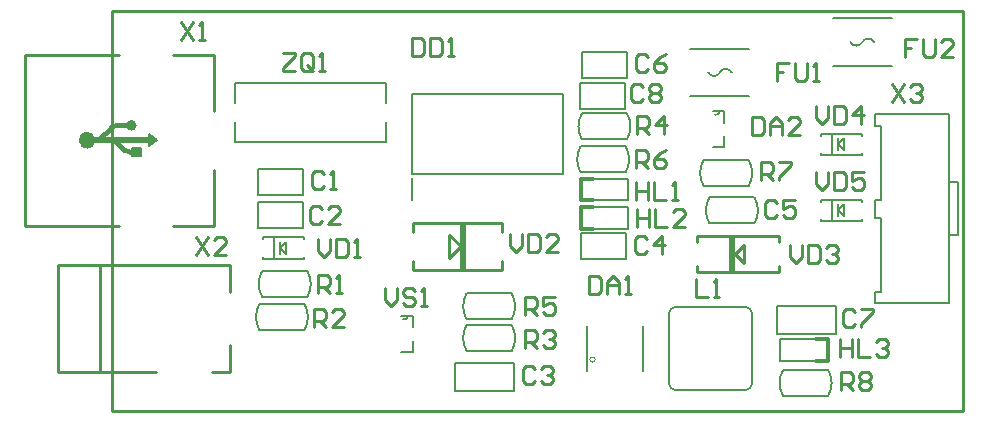
<source format=gto>
G04 Layer_Color=65535*
%FSLAX44Y44*%
%MOMM*%
G71*
G01*
G75*
%ADD10C,0.8890*%
%ADD11C,0.5080*%
%ADD12C,0.3810*%
%ADD13C,0.1524*%
%ADD14C,0.2000*%
%ADD15C,0.0000*%
%ADD16C,0.1270*%
%ADD17C,0.2500*%
%ADD18C,0.3500*%
%ADD19C,0.1778*%
%ADD20C,0.2540*%
%ADD21R,0.5000X3.0000*%
%ADD22R,0.5000X4.0000*%
G36*
X349600Y523260D02*
X342100D01*
Y530760D01*
X349600D01*
Y523260D01*
D02*
G37*
G36*
X363100Y537010D02*
X356100Y532010D01*
Y542010D01*
X363100Y537010D01*
D02*
G37*
D10*
X306140D02*
G03*
X306140Y537010I-2540J0D01*
G01*
D11*
X343100Y549510D02*
G03*
X343100Y549510I-2000J0D01*
G01*
X308600Y537010D02*
X356100D01*
D12*
X328600Y549510D02*
G03*
X324072Y547634I0J-6403D01*
G01*
X335073Y528885D02*
G03*
X339600Y527010I4528J4528D01*
G01*
X328600Y549510D02*
X341100D01*
X339600Y527010D02*
X342100D01*
X314072Y537634D02*
X324072Y547634D01*
X327573Y536385D02*
X335073Y528885D01*
D13*
X835176Y558537D02*
G03*
X839216Y561366I1030J2829D01*
G01*
X571270Y385309D02*
G03*
X575310Y388138I1030J2829D01*
G01*
X843280Y551942D02*
Y561340D01*
X833374Y530860D02*
X843280D01*
Y540258D01*
X839216Y561340D02*
X843280D01*
X833374D02*
X839216D01*
X579374Y378714D02*
Y388112D01*
X569468Y357632D02*
X579374D01*
Y367030D01*
X575310Y388112D02*
X579374D01*
X569468D02*
X575310D01*
D14*
X663198Y385406D02*
G03*
X663151Y407155I-19148J10834D01*
G01*
X624902Y407074D02*
G03*
X624949Y385325I19148J-10834D01*
G01*
X624902Y380404D02*
G03*
X624949Y358655I19148J-10834D01*
G01*
X663198Y358736D02*
G03*
X663151Y380485I-19148J10834D01*
G01*
X868778Y466686D02*
G03*
X868731Y488435I-19148J10834D01*
G01*
X830482Y488354D02*
G03*
X830529Y466605I19148J-10834D01*
G01*
X829470Y594360D02*
G03*
X839470Y594360I5000J2666D01*
G01*
X849470D02*
G03*
X839470Y594360I-5000J-2666D01*
G01*
X825562Y520104D02*
G03*
X825609Y498355I19148J-10834D01*
G01*
X863858Y498436D02*
G03*
X863811Y520185I-19148J10834D01*
G01*
X801490Y395680D02*
G03*
X796490Y390680I0J-5000D01*
G01*
X866490Y390680D02*
G03*
X861490Y395680I-5000J0D01*
G01*
X796490Y330680D02*
G03*
X801490Y325680I5000J0D01*
G01*
X861490Y325680D02*
G03*
X866490Y330680I0J5000D01*
G01*
X721422Y531534D02*
G03*
X721469Y509785I19148J-10834D01*
G01*
X759718Y509866D02*
G03*
X759671Y531615I-19148J10834D01*
G01*
X722532Y559474D02*
G03*
X722579Y537725I19148J-10834D01*
G01*
X760828Y537806D02*
G03*
X760781Y559555I-19148J10834D01*
G01*
X449482Y398184D02*
G03*
X449529Y376435I19148J-10834D01*
G01*
X487778Y376516D02*
G03*
X487731Y398265I-19148J10834D01*
G01*
X451862Y426124D02*
G03*
X451909Y404375I19148J-10834D01*
G01*
X490158Y404456D02*
G03*
X490111Y426205I-19148J10834D01*
G01*
X931168Y320636D02*
G03*
X931121Y342385I-19148J10834D01*
G01*
X892872Y342304D02*
G03*
X892919Y320555I19148J-10834D01*
G01*
X950000Y620000D02*
G03*
X960000Y620000I5000J2666D01*
G01*
X970000D02*
G03*
X960000Y620000I-5000J-2666D01*
G01*
X556760Y535070D02*
Y552070D01*
X428760Y535070D02*
X556760D01*
X428760D02*
Y552070D01*
X556760Y568070D02*
Y585070D01*
X428760D02*
X556760D01*
X428760Y568070D02*
Y585070D01*
X625050Y407240D02*
X663050D01*
X625050Y385240D02*
X663050D01*
X625050Y358570D02*
X663050D01*
X625050Y380570D02*
X663050D01*
X665080Y324550D02*
Y348550D01*
X615080D02*
X665080D01*
X615080Y324550D02*
Y348550D01*
Y324550D02*
X665080D01*
X830630Y488520D02*
X868630D01*
X830630Y466520D02*
X868630D01*
X814470Y614360D02*
X864470D01*
X814470Y574360D02*
X864470D01*
X825710Y498270D02*
X863710D01*
X825710Y520270D02*
X863710D01*
X970840Y548790D02*
Y558790D01*
X1033340D01*
Y398790D02*
Y558790D01*
X970840Y398790D02*
X1033340D01*
X970840Y548790D02*
X975840D01*
X970840Y408790D02*
X975840D01*
X970840Y398790D02*
Y408790D01*
X975840Y486290D02*
Y548790D01*
Y408790D02*
Y471290D01*
X970840D02*
X975840D01*
X970840D02*
Y486290D01*
X975840D01*
X1033340Y456290D02*
X1040840D01*
Y501290D01*
X1033340D02*
X1040840D01*
X801490Y395680D02*
X861490D01*
X866490Y330680D02*
Y390680D01*
X796490Y330680D02*
Y390680D01*
X801490Y325680D02*
X861490D01*
X721570Y509700D02*
X759570D01*
X721570Y531700D02*
X759570D01*
X722680Y537640D02*
X760680D01*
X722680Y559640D02*
X760680D01*
X721570Y436040D02*
X759570D01*
X721570D02*
Y458040D01*
X759570D01*
Y436040D02*
Y458040D01*
X888130Y372810D02*
X938130D01*
X888130D02*
Y396810D01*
X938130D01*
Y372810D02*
Y396810D01*
X761680Y462170D02*
Y480170D01*
X731680Y462170D02*
X761680D01*
X731680Y480170D02*
X761680D01*
Y486300D02*
Y504300D01*
X731680Y486300D02*
X761680D01*
X731680Y504300D02*
X761680D01*
X448200Y462710D02*
X486200D01*
X448200D02*
Y484710D01*
X486200D01*
Y462710D02*
Y484710D01*
X448360Y490650D02*
X486360D01*
X448360D02*
Y512650D01*
X486360D01*
Y490650D02*
Y512650D01*
X449630Y376350D02*
X487630D01*
X449630Y398350D02*
X487630D01*
X452010Y404290D02*
X490010D01*
X452010Y426290D02*
X490010D01*
X472400Y440770D02*
Y450770D01*
X467400Y445770D02*
X472400Y440770D01*
X467400Y445770D02*
X472400Y450770D01*
X467400Y440770D02*
Y450770D01*
X461900Y436770D02*
Y454770D01*
X452400D02*
X487400D01*
X452400Y436770D02*
X487400D01*
X452400D02*
Y438270D01*
Y453270D02*
Y454770D01*
X487400Y436770D02*
Y438270D01*
Y453270D02*
Y454770D01*
X723000Y589710D02*
X761000D01*
X723000D02*
Y611710D01*
X761000D01*
Y589710D02*
Y611710D01*
X721250Y563040D02*
X759250D01*
X721250D02*
Y585040D01*
X759250D01*
Y563040D02*
Y585040D01*
X890590Y350410D02*
Y368410D01*
X920590D01*
X890590Y350410D02*
X920590D01*
X893020Y342470D02*
X931020D01*
X893020Y320470D02*
X931020D01*
X944840Y472520D02*
Y482520D01*
X939840Y477520D02*
X944840Y472520D01*
X939840Y477520D02*
X944840Y482520D01*
X939840Y472520D02*
Y482520D01*
X934340Y468520D02*
Y486520D01*
X924840D02*
X959840D01*
X924840Y468520D02*
X959840D01*
X924840D02*
Y470020D01*
Y485020D02*
Y486520D01*
X959840Y468520D02*
Y470020D01*
Y485020D02*
Y486520D01*
X944840Y528400D02*
Y538400D01*
X939840Y533400D02*
X944840Y528400D01*
X939840Y533400D02*
X944840Y538400D01*
X939840Y528400D02*
Y538400D01*
X934340Y524400D02*
Y542400D01*
X924840D02*
X959840D01*
X924840Y524400D02*
X959840D01*
X924840D02*
Y525900D01*
Y540900D02*
Y542400D01*
X959840Y524400D02*
Y525900D01*
Y540900D02*
Y542400D01*
X578720Y486290D02*
Y504790D01*
X578620Y508290D02*
X706620D01*
Y576290D01*
X578620D02*
X706620D01*
X578620Y508290D02*
Y576290D01*
X935000Y640000D02*
X985000D01*
X935000Y600000D02*
X985000D01*
D15*
X733765Y351154D02*
G03*
X733765Y351154I-2245J0D01*
G01*
D16*
X356100Y532010D02*
X363100Y537010D01*
X356100Y542010D02*
X363100Y537010D01*
X356100Y532010D02*
Y542010D01*
X342100Y530760D02*
X349600D01*
X342100Y523260D02*
Y530760D01*
Y523260D02*
X349600D01*
Y530760D01*
D17*
X376100Y609510D02*
X411100D01*
X251100D02*
X331100D01*
X251100Y464510D02*
X331100D01*
X376100D02*
X411100D01*
Y512010D01*
Y562010D02*
Y609510D01*
X251100Y464510D02*
Y609510D01*
X819710Y425690D02*
X889710D01*
X819710Y455690D02*
X889710D01*
Y425690D02*
Y430690D01*
Y450690D02*
Y455690D01*
X819710Y450690D02*
Y455690D01*
Y425690D02*
Y430690D01*
X859710Y433190D02*
Y448190D01*
X852210Y440690D02*
X859710Y433190D01*
X852210Y440690D02*
X859710Y448190D01*
X279370Y430920D02*
X424370D01*
X279370Y340920D02*
Y430920D01*
Y340920D02*
X361870D01*
X409370D02*
X424370D01*
Y363420D01*
Y408420D02*
Y430920D01*
X314370Y340920D02*
Y430920D01*
X579720Y467040D02*
X654720D01*
X579720Y427040D02*
X654720D01*
X610220Y457040D02*
X620220Y447040D01*
X610220Y437040D02*
Y457040D01*
Y437040D02*
X620220Y447040D01*
X579720Y459540D02*
Y467040D01*
Y427040D02*
Y434540D01*
X654720Y427040D02*
Y434540D01*
Y459540D02*
Y467040D01*
D18*
X721680Y480170D02*
X731680D01*
X721680Y462170D02*
X731680D01*
X721680D02*
Y480170D01*
Y504300D02*
X731680D01*
X721680Y486300D02*
X731680D01*
X721680D02*
Y504300D01*
X920590Y350410D02*
X930590D01*
X920590Y368410D02*
X930590D01*
Y350410D02*
Y368410D01*
D19*
X726570Y341679D02*
Y379679D01*
X774570Y341679D02*
Y379679D01*
D20*
X1006257Y622735D02*
X996100D01*
Y615117D01*
X1001179D01*
X996100D01*
Y607500D01*
X1011335Y622735D02*
Y610039D01*
X1013874Y607500D01*
X1018953D01*
X1021492Y610039D01*
Y622735D01*
X1036727Y607500D02*
X1026570D01*
X1036727Y617657D01*
Y620196D01*
X1034188Y622735D01*
X1029109D01*
X1026570Y620196D01*
X383170Y637335D02*
X393327Y622100D01*
Y637335D02*
X383170Y622100D01*
X398405D02*
X403484D01*
X400944D01*
Y637335D01*
X398405Y634796D01*
X866648Y556255D02*
Y541020D01*
X874266D01*
X876805Y543559D01*
Y553716D01*
X874266Y556255D01*
X866648D01*
X881883Y541020D02*
Y551177D01*
X886961Y556255D01*
X892040Y551177D01*
Y541020D01*
Y548638D01*
X881883D01*
X907275Y541020D02*
X897118D01*
X907275Y551177D01*
Y553716D01*
X904736Y556255D01*
X899657D01*
X897118Y553716D01*
X556133Y411856D02*
Y401699D01*
X561211Y396621D01*
X566290Y401699D01*
Y411856D01*
X581525Y409317D02*
X578986Y411856D01*
X573907D01*
X571368Y409317D01*
Y406778D01*
X573907Y404239D01*
X578986D01*
X581525Y401699D01*
Y399160D01*
X578986Y396621D01*
X573907D01*
X571368Y399160D01*
X586603Y396621D02*
X591682D01*
X589142D01*
Y411856D01*
X586603Y409317D01*
X942340Y325120D02*
Y340355D01*
X949958D01*
X952497Y337816D01*
Y332738D01*
X949958Y330198D01*
X942340D01*
X947418D02*
X952497Y325120D01*
X957575Y337816D02*
X960114Y340355D01*
X965193D01*
X967732Y337816D01*
Y335277D01*
X965193Y332738D01*
X967732Y330198D01*
Y327659D01*
X965193Y325120D01*
X960114D01*
X957575Y327659D01*
Y330198D01*
X960114Y332738D01*
X957575Y335277D01*
Y337816D01*
X960114Y332738D02*
X965193D01*
X920496Y510281D02*
Y500124D01*
X925574Y495046D01*
X930653Y500124D01*
Y510281D01*
X935731D02*
Y495046D01*
X943349D01*
X945888Y497585D01*
Y507742D01*
X943349Y510281D01*
X935731D01*
X961123D02*
X950966D01*
Y502663D01*
X956044Y505203D01*
X958584D01*
X961123Y502663D01*
Y497585D01*
X958584Y495046D01*
X953505D01*
X950966Y497585D01*
X920496Y566161D02*
Y556004D01*
X925574Y550926D01*
X930653Y556004D01*
Y566161D01*
X935731D02*
Y550926D01*
X943349D01*
X945888Y553465D01*
Y563622D01*
X943349Y566161D01*
X935731D01*
X958584Y550926D02*
Y566161D01*
X950966Y558544D01*
X961123D01*
X674690Y388620D02*
Y403855D01*
X682308D01*
X684847Y401316D01*
Y396237D01*
X682308Y393698D01*
X674690D01*
X679768D02*
X684847Y388620D01*
X700082Y403855D02*
X689925D01*
Y396237D01*
X695004Y398777D01*
X697543D01*
X700082Y396237D01*
Y391159D01*
X697543Y388620D01*
X692464D01*
X689925Y391159D01*
X469900Y610865D02*
X480057D01*
Y608326D01*
X469900Y598169D01*
Y595630D01*
X480057D01*
X495292Y598169D02*
Y608326D01*
X492753Y610865D01*
X487674D01*
X485135Y608326D01*
Y598169D01*
X487674Y595630D01*
X492753D01*
X490213Y600708D02*
X495292Y595630D01*
X492753D02*
X495292Y598169D01*
X500370Y595630D02*
X505448D01*
X502909D01*
Y610865D01*
X500370Y608326D01*
X985520Y584195D02*
X995677Y568960D01*
Y584195D02*
X985520Y568960D01*
X1000755Y581656D02*
X1003294Y584195D01*
X1008373D01*
X1010912Y581656D01*
Y579117D01*
X1008373Y576577D01*
X1005833D01*
X1008373D01*
X1010912Y574038D01*
Y571499D01*
X1008373Y568960D01*
X1003294D01*
X1000755Y571499D01*
X941070Y368295D02*
Y353060D01*
Y360677D01*
X951227D01*
Y368295D01*
Y353060D01*
X956305Y368295D02*
Y353060D01*
X966462D01*
X971540Y365756D02*
X974079Y368295D01*
X979158D01*
X981697Y365756D01*
Y363217D01*
X979158Y360677D01*
X976618D01*
X979158D01*
X981697Y358138D01*
Y355599D01*
X979158Y353060D01*
X974079D01*
X971540Y355599D01*
X769620Y478785D02*
Y463550D01*
Y471167D01*
X779777D01*
Y478785D01*
Y463550D01*
X784855Y478785D02*
Y463550D01*
X795012D01*
X810247D02*
X800090D01*
X810247Y473707D01*
Y476246D01*
X807708Y478785D01*
X802629D01*
X800090Y476246D01*
X768350Y501645D02*
Y486410D01*
Y494027D01*
X778507D01*
Y501645D01*
Y486410D01*
X783585Y501645D02*
Y486410D01*
X793742D01*
X798820D02*
X803898D01*
X801359D01*
Y501645D01*
X798820Y499106D01*
X897887Y601975D02*
X887730D01*
Y594357D01*
X892808D01*
X887730D01*
Y586740D01*
X902965Y601975D02*
Y589279D01*
X905504Y586740D01*
X910583D01*
X913122Y589279D01*
Y601975D01*
X918200Y586740D02*
X923279D01*
X920739D01*
Y601975D01*
X918200Y599436D01*
X578358Y623819D02*
Y608584D01*
X585975D01*
X588515Y611123D01*
Y621280D01*
X585975Y623819D01*
X578358D01*
X593593D02*
Y608584D01*
X601211D01*
X603750Y611123D01*
Y621280D01*
X601211Y623819D01*
X593593D01*
X608828Y608584D02*
X613907D01*
X611367D01*
Y623819D01*
X608828Y621280D01*
X396240Y454655D02*
X406397Y439420D01*
Y454655D02*
X396240Y439420D01*
X421632D02*
X411475D01*
X421632Y449577D01*
Y452116D01*
X419093Y454655D01*
X414014D01*
X411475Y452116D01*
X898840Y448305D02*
Y438148D01*
X903918Y433070D01*
X908997Y438148D01*
Y448305D01*
X914075D02*
Y433070D01*
X921693D01*
X924232Y435609D01*
Y445766D01*
X921693Y448305D01*
X914075D01*
X929310Y445766D02*
X931849Y448305D01*
X936928D01*
X939467Y445766D01*
Y443227D01*
X936928Y440687D01*
X934389D01*
X936928D01*
X939467Y438148D01*
Y435609D01*
X936928Y433070D01*
X931849D01*
X929310Y435609D01*
X661670Y457195D02*
Y447038D01*
X666748Y441960D01*
X671827Y447038D01*
Y457195D01*
X676905D02*
Y441960D01*
X684523D01*
X687062Y444499D01*
Y454656D01*
X684523Y457195D01*
X676905D01*
X702297Y441960D02*
X692140D01*
X702297Y452117D01*
Y454656D01*
X699758Y457195D01*
X694679D01*
X692140Y454656D01*
X728218Y421635D02*
Y406400D01*
X735835D01*
X738375Y408939D01*
Y419096D01*
X735835Y421635D01*
X728218D01*
X743453Y406400D02*
Y416557D01*
X748531Y421635D01*
X753610Y416557D01*
Y406400D01*
Y414017D01*
X743453D01*
X758688Y406400D02*
X763766D01*
X761227D01*
Y421635D01*
X758688Y419096D01*
X953767Y391156D02*
X951227Y393695D01*
X946149D01*
X943610Y391156D01*
Y380999D01*
X946149Y378460D01*
X951227D01*
X953767Y380999D01*
X958845Y393695D02*
X969002D01*
Y391156D01*
X958845Y380999D01*
Y378460D01*
X887727Y483866D02*
X885188Y486405D01*
X880109D01*
X877570Y483866D01*
Y473709D01*
X880109Y471170D01*
X885188D01*
X887727Y473709D01*
X902962Y486405D02*
X892805D01*
Y478787D01*
X897883Y481327D01*
X900423D01*
X902962Y478787D01*
Y473709D01*
X900423Y471170D01*
X895344D01*
X892805Y473709D01*
X683257Y342896D02*
X680717Y345435D01*
X675639D01*
X673100Y342896D01*
Y332739D01*
X675639Y330200D01*
X680717D01*
X683257Y332739D01*
X688335Y342896D02*
X690874Y345435D01*
X695953D01*
X698492Y342896D01*
Y340357D01*
X695953Y337817D01*
X693413D01*
X695953D01*
X698492Y335278D01*
Y332739D01*
X695953Y330200D01*
X690874D01*
X688335Y332739D01*
X778667Y607056D02*
X776128Y609595D01*
X771049D01*
X768510Y607056D01*
Y596899D01*
X771049Y594360D01*
X776128D01*
X778667Y596899D01*
X793902Y609595D02*
X788823Y607056D01*
X783745Y601978D01*
Y596899D01*
X786284Y594360D01*
X791363D01*
X793902Y596899D01*
Y599438D01*
X791363Y601978D01*
X783745D01*
X774537Y581656D02*
X771998Y584195D01*
X766919D01*
X764380Y581656D01*
Y571499D01*
X766919Y568960D01*
X771998D01*
X774537Y571499D01*
X779615Y581656D02*
X782154Y584195D01*
X787233D01*
X789772Y581656D01*
Y579117D01*
X787233Y576577D01*
X789772Y574038D01*
Y571499D01*
X787233Y568960D01*
X782154D01*
X779615Y571499D01*
Y574038D01*
X782154Y576577D01*
X779615Y579117D01*
Y581656D01*
X782154Y576577D02*
X787233D01*
X777397Y453386D02*
X774858Y455925D01*
X769779D01*
X767240Y453386D01*
Y443229D01*
X769779Y440690D01*
X774858D01*
X777397Y443229D01*
X790093Y440690D02*
Y455925D01*
X782475Y448307D01*
X792632D01*
X504187Y507996D02*
X501647Y510535D01*
X496569D01*
X494030Y507996D01*
Y497839D01*
X496569Y495300D01*
X501647D01*
X504187Y497839D01*
X509265Y495300D02*
X514343D01*
X511804D01*
Y510535D01*
X509265Y507996D01*
X502757Y478786D02*
X500218Y481325D01*
X495139D01*
X492600Y478786D01*
Y468629D01*
X495139Y466090D01*
X500218D01*
X502757Y468629D01*
X517992Y466090D02*
X507835D01*
X517992Y476247D01*
Y478786D01*
X515453Y481325D01*
X510374D01*
X507835Y478786D01*
X818790Y419095D02*
Y403860D01*
X828947D01*
X834025D02*
X839103D01*
X836564D01*
Y419095D01*
X834025Y416556D01*
X498950Y407670D02*
Y422905D01*
X506567D01*
X509107Y420366D01*
Y415288D01*
X506567Y412748D01*
X498950D01*
X504028D02*
X509107Y407670D01*
X514185D02*
X519263D01*
X516724D01*
Y422905D01*
X514185Y420366D01*
X495460Y378460D02*
Y393695D01*
X503078D01*
X505617Y391156D01*
Y386077D01*
X503078Y383538D01*
X495460D01*
X500538D02*
X505617Y378460D01*
X520852D02*
X510695D01*
X520852Y388617D01*
Y391156D01*
X518313Y393695D01*
X513234D01*
X510695Y391156D01*
X674370Y360680D02*
Y375915D01*
X681988D01*
X684527Y373376D01*
Y368298D01*
X681988Y365758D01*
X674370D01*
X679448D02*
X684527Y360680D01*
X689605Y373376D02*
X692144Y375915D01*
X697223D01*
X699762Y373376D01*
Y370837D01*
X697223Y368298D01*
X694683D01*
X697223D01*
X699762Y365758D01*
Y363219D01*
X697223Y360680D01*
X692144D01*
X689605Y363219D01*
X769620Y542290D02*
Y557525D01*
X777237D01*
X779777Y554986D01*
Y549907D01*
X777237Y547368D01*
X769620D01*
X774698D02*
X779777Y542290D01*
X792473D02*
Y557525D01*
X784855Y549907D01*
X795012D01*
X768350Y513080D02*
Y528315D01*
X775967D01*
X778507Y525776D01*
Y520698D01*
X775967Y518158D01*
X768350D01*
X773428D02*
X778507Y513080D01*
X793742Y528315D02*
X788663Y525776D01*
X783585Y520698D01*
Y515619D01*
X786124Y513080D01*
X791203D01*
X793742Y515619D01*
Y518158D01*
X791203Y520698D01*
X783585D01*
X873920Y502920D02*
Y518155D01*
X881538D01*
X884077Y515616D01*
Y510537D01*
X881538Y507998D01*
X873920D01*
X878998D02*
X884077Y502920D01*
X889155Y518155D02*
X899312D01*
Y515616D01*
X889155Y505459D01*
Y502920D01*
X499110Y453385D02*
Y443228D01*
X504188Y438150D01*
X509267Y443228D01*
Y453385D01*
X514345D02*
Y438150D01*
X521963D01*
X524502Y440689D01*
Y450846D01*
X521963Y453385D01*
X514345D01*
X529580Y438150D02*
X534659D01*
X532119D01*
Y453385D01*
X529580Y450846D01*
X325120Y307340D02*
Y646430D01*
Y307340D02*
X1045210D01*
X325120Y646430D02*
X1045210D01*
Y307340D02*
Y646430D01*
D21*
X849710Y440690D02*
D03*
D22*
X622213Y447040D02*
D03*
M02*

</source>
